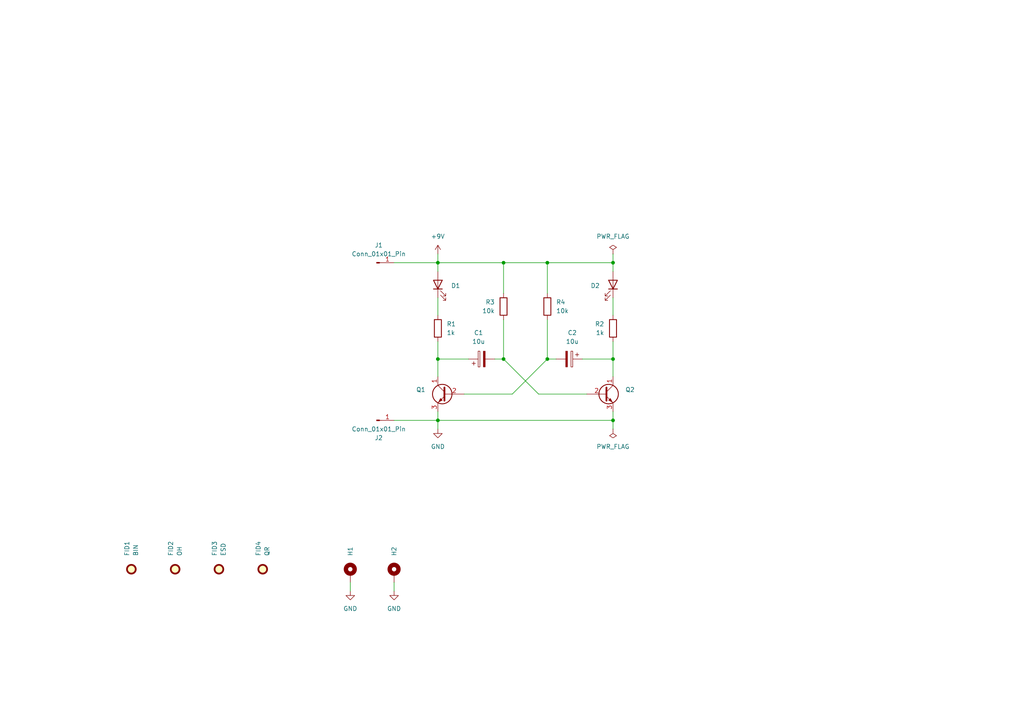
<source format=kicad_sch>
(kicad_sch (version 20230121) (generator eeschema)
  (paper "A4")
  (title_block (title "${acronym} - ${title}") (date "${date}") (rev "${revision}") (company "${company}") (comment 1 "${creator}") (comment 2 "${license}"))
  (lib_symbols
    (symbol "Connector:Conn_01x01_Pin" (pin_names (offset 1.016) hide)
      (property "Reference" "J" (at 0 2.54 0))
      (property "Value" "Conn_01x01_Pin" (at 0 -2.54 0))
      (symbol "Conn_01x01_Pin_1_1"
        (polyline (pts (xy 1.27 0) (xy 0.8636 0)) (stroke (width 0.1524)))
        (rectangle (start 0.8636 0.127) (end 0 -0.127) (stroke (width 0.1524)) (fill (type outline)))
        (pin passive line (at 5.08 0 180) (length 3.81) (name "Pin_1") (number "1"))
      )
    )
    (symbol "Device:C_Polarized" (pin_numbers hide) (pin_names (offset 0.254))
      (property "Reference" "C" (at 0.635 2.54 0))
      (property "Value" "C_Polarized" (at 0.635 -2.54 0))
      (symbol "C_Polarized_0_1"
        (rectangle (start -2.286 0.508) (end 2.286 1.016))
        (polyline (pts (xy -1.778 2.286) (xy -0.762 2.286)))
        (polyline (pts (xy -1.27 2.794) (xy -1.27 1.778)))
        (rectangle (start 2.286 -0.508) (end -2.286 -1.016) (fill (type outline)))
      )
      (symbol "C_Polarized_1_1"
        (pin passive line (at 0 3.81 270) (length 2.794) (name "~") (number "1"))
        (pin passive line (at 0 -3.81 90) (length 2.794) (name "~") (number "2"))
      )
    )
    (symbol "Device:LED" (pin_numbers hide) (pin_names (offset 1.016) hide)
      (property "Reference" "D" (at 0 2.54 0))
      (property "Value" "LED" (at 0 -2.54 0))
      (symbol "LED_0_1"
        (polyline (pts (xy -1.27 -1.27) (xy -1.27 1.27)) (stroke (width 0.254)))
        (polyline (pts (xy -1.27 0) (xy 1.27 0)))
        (polyline (pts (xy 1.27 -1.27) (xy 1.27 1.27) (xy -1.27 0) (xy 1.27 -1.27)) (stroke (width 0.254)))
        (polyline (pts (xy -3.048 -0.762) (xy -4.572 -2.286) (xy -3.81 -2.286) (xy -4.572 -2.286) (xy -4.572 -1.524)))
        (polyline (pts (xy -1.778 -0.762) (xy -3.302 -2.286) (xy -2.54 -2.286) (xy -3.302 -2.286) (xy -3.302 -1.524)))
      )
      (symbol "LED_1_1"
        (pin passive line (at -3.81 0 0) (length 2.54) (name "K") (number "1"))
        (pin passive line (at 3.81 0 180) (length 2.54) (name "A") (number "2"))
      )
    )
    (symbol "Device:Q_NPN_CBE" (pin_names (offset 0) hide)
      (property "Reference" "Q" (at 5.08 1.27 0))
      (property "Value" "Q_NPN_CBE" (at 5.08 -1.27 0))
      (symbol "Q_NPN_CBE_0_1"
        (polyline (pts (xy 0.635 0.635) (xy 2.54 2.54)))
        (polyline (pts (xy 0.635 -0.635) (xy 2.54 -2.54) (xy 2.54 -2.54)))
        (polyline (pts (xy 0.635 1.905) (xy 0.635 -1.905) (xy 0.635 -1.905)) (stroke (width 0.508)))
        (polyline (pts (xy 1.27 -1.778) (xy 1.778 -1.27) (xy 2.286 -2.286) (xy 1.27 -1.778) (xy 1.27 -1.778)) (fill (type outline)))
        (circle (center 1.27 0) (radius 2.8194) (stroke (width 0.254)))
      )
      (symbol "Q_NPN_CBE_1_1"
        (pin passive line (at 2.54 5.08 270) (length 2.54) (name "C") (number "1"))
        (pin input line (at -5.08 0 0) (length 5.715) (name "B") (number "2"))
        (pin passive line (at 2.54 -5.08 90) (length 2.54) (name "E") (number "3"))
      )
    )
    (symbol "Device:R" (pin_numbers hide) (pin_names (offset 0))
      (property "Reference" "R" (at 2.032 0 90))
      (property "Value" "R" (at 0 0 90))
      (symbol "R_0_1"
        (rectangle (start -1.016 -2.54) (end 1.016 2.54) (stroke (width 0.254)))
      )
      (symbol "R_1_1"
        (pin passive line (at 0 3.81 270) (length 1.27) (name "~") (number "1"))
        (pin passive line (at 0 -3.81 90) (length 1.27) (name "~") (number "2"))
      )
    )
    (symbol "Mechanical:Fiducial"
      (property "Reference" "FID" (at 0 5.08 0))
      (property "Value" "Fiducial" (at 0 3.175 0))
      (symbol "Fiducial_0_1"
        (circle (center 0 0) (radius 1.27) (stroke (width 0.508)) (fill (type background)))
      )
    )
    (symbol "Mechanical:MountingHole_Pad" (pin_numbers hide) (pin_names (offset 1.016) hide)
      (property "Reference" "H" (at 0 6.35 0))
      (property "Value" "MountingHole_Pad" (at 0 4.445 0))
      (symbol "MountingHole_Pad_0_1"
        (circle (center 0 1.27) (radius 1.27) (stroke (width 1.27)))
      )
      (symbol "MountingHole_Pad_1_1"
        (pin input line (at 0 -2.54 90) (length 2.54) (name "1") (number "1"))
      )
    )
    (symbol "power:+9V" (power) (pin_names (offset 0))
      (property "Value" "+9V" (at 0 3.556 0))
      (symbol "+9V_0_1"
        (polyline (pts (xy -0.762 1.27) (xy 0 2.54)))
        (polyline (pts (xy 0 0) (xy 0 2.54)))
        (polyline (pts (xy 0 2.54) (xy 0.762 1.27)))
      )
      (symbol "+9V_1_1"
        (pin power_in line (at 0 0 90) (length 0) hide (name "+9V") (number "1"))
      )
    )
    (symbol "power:GND" (power) (pin_names (offset 0))
      (property "Value" "GND" (at 0 -3.81 0))
      (symbol "GND_0_1"
        (polyline (pts (xy 0 0) (xy 0 -1.27) (xy 1.27 -1.27) (xy 0 -2.54) (xy -1.27 -1.27) (xy 0 -1.27)))
      )
      (symbol "GND_1_1"
        (pin power_in line (at 0 0 270) (length 0) hide (name "GND") (number "1"))
      )
    )
    (symbol "power:PWR_FLAG" (power) (pin_numbers hide) (pin_names (offset 0) hide)
      (property "Value" "PWR_FLAG" (at 0 3.81 0))
      (symbol "PWR_FLAG_0_0"
        (pin power_out line (at 0 0 90) (length 0) (name "pwr") (number "1"))
      )
      (symbol "PWR_FLAG_0_1"
        (polyline (pts (xy 0 0) (xy 0 1.27) (xy -1.016 1.905) (xy 0 2.54) (xy 1.016 1.905) (xy 0 1.27)))
      )
    )
  )
  (junction (at 127 76.2))
  (junction (at 177.8 76.2))
  (junction (at 146.05 76.2))
  (junction (at 158.75 76.2))
  (junction (at 146.05 104.14))
  (junction (at 158.75 104.14))
  (junction (at 127 104.14))
  (junction (at 177.8 104.14))
  (junction (at 177.8 121.92))
  (junction (at 127 121.92))
  (wire (pts (xy 127 86.36) (xy 127 91.44)))
  (wire (pts (xy 127 104.14) (xy 135.89 104.14)))
  (wire (pts (xy 146.05 76.2) (xy 158.75 76.2)))
  (wire (pts (xy 177.8 104.14) (xy 177.8 109.22)))
  (wire (pts (xy 158.75 76.2) (xy 177.8 76.2)))
  (wire (pts (xy 127 121.92) (xy 177.8 121.92)))
  (wire (pts (xy 101.6 168.91) (xy 101.6 171.45)))
  (wire (pts (xy 177.8 86.36) (xy 177.8 91.44)))
  (wire (pts (xy 177.8 119.38) (xy 177.8 121.92)))
  (wire (pts (xy 127 104.14) (xy 127 109.22)))
  (wire (pts (xy 146.05 76.2) (xy 146.05 85.09)))
  (wire (pts (xy 114.3 168.91) (xy 114.3 171.45)))
  (wire (pts (xy 127 119.38) (xy 127 121.92)))
  (wire (pts (xy 161.29 104.14) (xy 158.75 104.14)))
  (wire (pts (xy 177.8 99.06) (xy 177.8 104.14)))
  (wire (pts (xy 127 73.66) (xy 127 76.2)))
  (wire (pts (xy 146.05 104.14) (xy 156.21 114.3)))
  (wire (pts (xy 146.05 92.71) (xy 146.05 104.14)))
  (wire (pts (xy 127 99.06) (xy 127 104.14)))
  (wire (pts (xy 177.8 73.66) (xy 177.8 76.2)))
  (wire (pts (xy 158.75 76.2) (xy 158.75 85.09)))
  (wire (pts (xy 127 121.92) (xy 127 124.46)))
  (wire (pts (xy 114.3 121.92) (xy 127 121.92)))
  (wire (pts (xy 127 76.2) (xy 146.05 76.2)))
  (wire (pts (xy 177.8 76.2) (xy 177.8 78.74)))
  (wire (pts (xy 168.91 104.14) (xy 177.8 104.14)))
  (wire (pts (xy 127 76.2) (xy 127 78.74)))
  (wire (pts (xy 158.75 92.71) (xy 158.75 104.14)))
  (wire (pts (xy 114.3 76.2) (xy 127 76.2)))
  (wire (pts (xy 156.21 114.3) (xy 170.18 114.3)))
  (wire (pts (xy 143.51 104.14) (xy 146.05 104.14)))
  (wire (pts (xy 158.75 104.14) (xy 148.59 114.3)))
  (wire (pts (xy 134.62 114.3) (xy 148.59 114.3)))
  (wire (pts (xy 177.8 121.92) (xy 177.8 124.46)))
  (symbol (lib_id "power:GND") (at 114.3 171.45 0) (unit 1)
    (property "Reference" "#PWR04" (effects hide))
    (property "Value" "GND" (at 114.3 176.53 0))
  )
  (symbol (lib_id "Device:R") (at 177.8 95.25 0) (unit 1)
    (property "Reference" "R2" (at 175.26 93.98 0) (effects (justify right)))
    (property "Value" "1k" (at 175.26 96.52 0) (effects (justify right)))
    (property "Footprint" "Resistor_THT:R_Axial_DIN0207_L6.3mm_D2.5mm_P10.16mm_Horizontal" (effects hide))
    (property "Vendor" "HTL" (effects hide))
    (property "VendorId" "102800" (effects hide))
  )
  (symbol (lib_id "power:PWR_FLAG") (at 177.8 124.46 180) (unit 1)
    (property "Reference" "#FLG02" (effects hide))
    (property "Value" "PWR_FLAG" (at 177.8 129.54 0))
  )
  (symbol (lib_id "power:+9V") (at 127 73.66 0) (unit 1)
    (property "Reference" "#PWR01" (effects hide))
    (property "Value" "+9V" (at 127 68.58 0))
  )
  (symbol (lib_id "Mechanical:Fiducial") (at 38.1 165.1 0) (unit 1)
    (property "Reference" "FID1" (at 36.83 161.29 90) (effects (justify left)))
    (property "Value" "BIN" (at 39.37 161.29 90) (effects (justify left)))
    (property "Footprint" "Symbol:WEEE-Logo_4.2x6mm_SilkScreen" (effects hide))
  )
  (symbol (lib_id "Mechanical:Fiducial") (at 50.8 165.1 0) (unit 1)
    (property "Reference" "FID2" (at 49.53 161.29 90) (effects (justify left)))
    (property "Value" "OH" (at 52.07 161.29 90) (effects (justify left)))
    (property "Footprint" "Symbol:OSHW-Logo2_7.3x6mm_SilkScreen" (effects hide))
  )
  (symbol (lib_id "power:PWR_FLAG") (at 177.8 73.66 0) (unit 1)
    (property "Reference" "#FLG01" (effects hide))
    (property "Value" "PWR_FLAG" (at 177.8 68.58 0))
  )
  (symbol (lib_id "Device:R") (at 158.75 88.9 0) (unit 1)
    (property "Reference" "R4" (at 161.29 87.63 0) (effects (justify left)))
    (property "Value" "10k" (at 161.29 90.17 0) (effects (justify left)))
    (property "Footprint" "Resistor_THT:R_Axial_DIN0207_L6.3mm_D2.5mm_P10.16mm_Horizontal" (effects hide))
    (property "Vendor" "HTL" (effects hide))
    (property "VendorId" "102812" (effects hide))
  )
  (symbol (lib_id "Device:Q_NPN_CBE") (at 129.54 114.3 0) (mirror y) (unit 1)
    (property "Reference" "Q1" (at 123.444 113.0299 0) (effects (justify left)))
    (property "Value" "BC547" (effects hide))
    (property "Footprint" "Package_TO_SOT_THT:TO-92_Inline_Wide" (effects hide))
    (property "Vendor" "HTL" (effects hide))
    (property "VendorId" "100215" (effects hide))
  )
  (symbol (lib_id "Device:LED") (at 177.8 82.55 270) (mirror x) (unit 1)
    (property "Reference" "D2" (at 173.99 82.8674 90) (effects (justify right)))
    (property "Value" "LED" (effects hide))
    (property "Footprint" "LED_THT:LED_D5.0mm" (effects hide))
    (property "Vendor" "HTL" (effects hide))
    (property "VendorId" "100445, 100444" (effects hide))
  )
  (symbol (lib_id "Device:C_Polarized") (at 165.1 104.14 270) (unit 1)
    (property "Reference" "C2" (at 165.989 96.52 90))
    (property "Value" "10u" (at 165.989 99.06 90))
    (property "Footprint" "Capacitor_THT:CP_Radial_D4.0mm_P2.00mm" (effects hide))
    (property "Vendor" "HTL" (effects hide))
    (property "VendorId" "100354" (effects hide))
  )
  (symbol (lib_id "Connector:Conn_01x01_Pin") (at 109.22 121.92 0) (mirror x) (unit 1)
    (property "Reference" "J2" (at 109.855 127 0))
    (property "Value" "Conn_01x01_Pin" (at 109.855 124.46 0))
    (property "Footprint" "Connector_PinHeader_2.54mm:PinHeader_1x01_P2.54mm_Vertical" (effects hide))
    (property "Vendor" "HTL" (effects hide))
    (property "VendorId" "101521" (effects hide))
  )
  (symbol (lib_id "Device:R") (at 146.05 88.9 0) (mirror y) (unit 1)
    (property "Reference" "R3" (at 143.51 87.63 0) (effects (justify left)))
    (property "Value" "10k" (at 143.51 90.17 0) (effects (justify left)))
    (property "Footprint" "Resistor_THT:R_Axial_DIN0207_L6.3mm_D2.5mm_P10.16mm_Horizontal" (effects hide))
    (property "Vendor" "HTL" (effects hide))
    (property "VendorId" "102812" (effects hide))
  )
  (symbol (lib_id "power:GND") (at 127 124.46 0) (unit 1)
    (property "Reference" "#PWR02" (effects hide))
    (property "Value" "GND" (at 127 129.54 0))
  )
  (symbol (lib_id "Device:Q_NPN_CBE") (at 175.26 114.3 0) (unit 1)
    (property "Reference" "Q2" (at 181.356 113.0299 0) (effects (justify left)))
    (property "Value" "BC547" (effects hide))
    (property "Footprint" "Package_TO_SOT_THT:TO-92_Inline_Wide" (effects hide))
    (property "Vendor" "HTL" (effects hide))
    (property "VendorId" "100215" (effects hide))
  )
  (symbol (lib_id "Device:C_Polarized") (at 139.7 104.14 90) (unit 1)
    (property "Reference" "C1" (at 138.811 96.52 90))
    (property "Value" "10u" (at 138.811 99.06 90))
    (property "Footprint" "Capacitor_THT:CP_Radial_D4.0mm_P2.00mm" (effects hide))
    (property "Vendor" "HTL" (effects hide))
    (property "VendorId" "100354" (effects hide))
  )
  (symbol (lib_id "Mechanical:MountingHole_Pad") (at 114.3 166.37 0) (unit 1)
    (property "Reference" "H2" (at 114.3 161.29 90) (effects (justify left)))
    (property "Value" "MountingHole_Pad" (effects hide))
    (property "Footprint" "MountingHole:MountingHole_3.2mm_M3_DIN965_Pad" (effects hide))
    (property "Vendor" "HTL" (effects hide))
    (property "VendorId" "101017, 101382" (effects hide))
  )
  (symbol (lib_id "Mechanical:MountingHole_Pad") (at 101.6 166.37 0) (unit 1)
    (property "Reference" "H1" (at 101.6 161.29 90) (effects (justify left)))
    (property "Value" "MountingHole_Pad" (effects hide))
    (property "Footprint" "MountingHole:MountingHole_3.2mm_M3_DIN965_Pad" (effects hide))
    (property "Vendor" "HTL" (effects hide))
    (property "VendorId" "101017, 101382" (effects hide))
  )
  (symbol (lib_id "power:GND") (at 101.6 171.45 0) (unit 1)
    (property "Reference" "#PWR03" (effects hide))
    (property "Value" "GND" (at 101.6 176.53 0))
  )
  (symbol (lib_id "Connector:Conn_01x01_Pin") (at 109.22 76.2 0) (unit 1)
    (property "Reference" "J1" (at 109.855 71.12 0))
    (property "Value" "Conn_01x01_Pin" (at 109.855 73.66 0))
    (property "Footprint" "Connector_PinHeader_2.54mm:PinHeader_1x01_P2.54mm_Vertical" (effects hide))
    (property "Vendor" "HTL" (effects hide))
    (property "VendorId" "101521" (effects hide))
  )
  (symbol (lib_id "Device:LED") (at 127 82.55 90) (unit 1)
    (property "Reference" "D1" (at 130.81 82.8674 90) (effects (justify right)))
    (property "Value" "LED" (effects hide))
    (property "Footprint" "LED_THT:LED_D5.0mm" (effects hide))
    (property "Vendor" "HTL" (effects hide))
    (property "VendorId" "100445, 100444" (effects hide))
  )
  (symbol (lib_id "Mechanical:Fiducial") (at 76.2 165.1 0) (unit 1)
    (property "Reference" "FID4" (at 74.93 161.29 90) (effects (justify left)))
    (property "Value" "QR" (at 77.47 161.29 90) (effects (justify left)))
    (property "Footprint" "Images:QR_0x007e" (effects hide))
  )
  (symbol (lib_id "Mechanical:Fiducial") (at 63.5 165.1 0) (unit 1)
    (property "Reference" "FID3" (at 62.23 161.29 90) (effects (justify left)))
    (property "Value" "ESD" (at 64.77 161.29 90) (effects (justify left)))
    (property "Footprint" "Symbol:ESD-Logo_6.6x6mm_SilkScreen" (effects hide))
  )
  (symbol (lib_id "Device:R") (at 127 95.25 0) (unit 1)
    (property "Reference" "R1" (at 129.54 93.98 0) (effects (justify left)))
    (property "Value" "1k" (at 129.54 96.52 0) (effects (justify left)))
    (property "Footprint" "Resistor_THT:R_Axial_DIN0207_L6.3mm_D2.5mm_P10.16mm_Horizontal" (effects hide))
    (property "Vendor" "HTL" (effects hide))
    (property "VendorId" "102800" (effects hide))
  )
)
</source>
